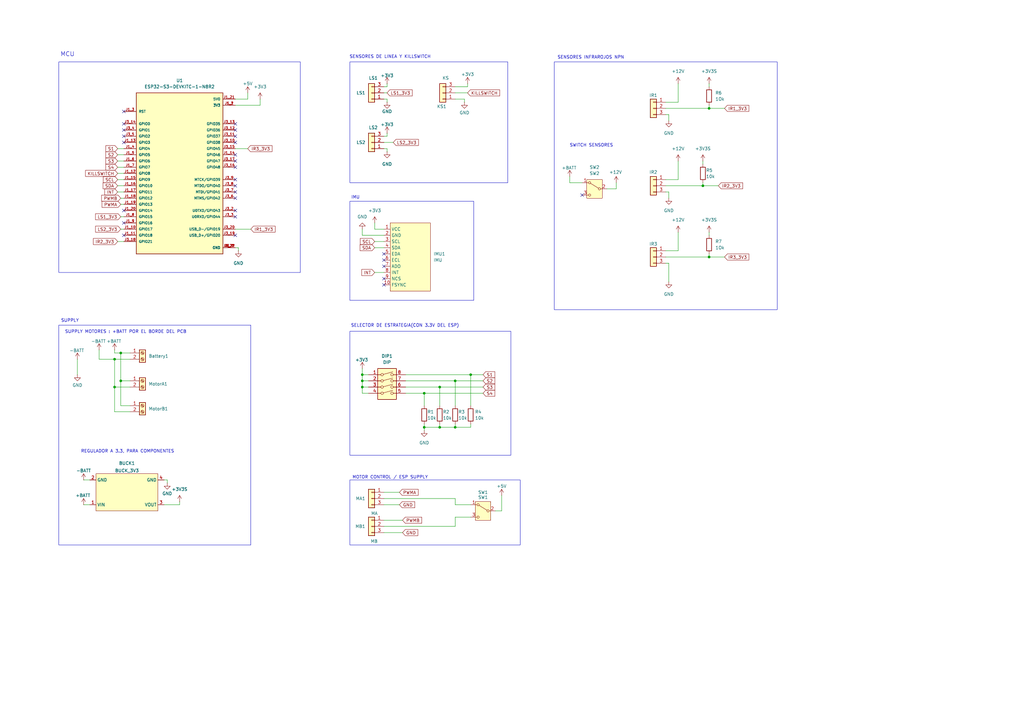
<source format=kicad_sch>
(kicad_sch (version 20231120) (generator "eeschema") (generator_version "8.0")
  (paper "A3")
  (lib_symbols
    (symbol "Connector:Screw_Terminal_01x02" (pin_names (offset 1.016) hide)
      (property "Reference" "J" (at 0 2.54 0))
      (property "Value" "Screw_Terminal_01x02" (at 0 -5.08 0))
      (symbol "Screw_Terminal_01x02_1_1"
        (rectangle (start -1.27 1.27) (end 1.27 -3.81) (stroke (width 0.254)) (fill (type background)))
        (circle (center 0 -2.54) (radius 0.635) (stroke (width 0.1524)))
        (polyline (pts (xy -0.5334 -2.2098) (xy 0.3302 -3.048)) (stroke (width 0.1524)))
        (polyline (pts (xy -0.5334 0.3302) (xy 0.3302 -0.508)) (stroke (width 0.1524)))
        (polyline (pts (xy -0.3556 -2.032) (xy 0.508 -2.8702)) (stroke (width 0.1524)))
        (polyline (pts (xy -0.3556 0.508) (xy 0.508 -0.3302)) (stroke (width 0.1524)))
        (circle (center 0 0) (radius 0.635) (stroke (width 0.1524)))
        (pin passive line (at -5.08 0 0) (length 3.81) (name "Pin_1") (number "1"))
        (pin passive line (at -5.08 -2.54 0) (length 3.81) (name "Pin_2") (number "2"))
      )
    )
    (symbol "Connector_Generic:Conn_01x03" (pin_names (offset 1.016) hide)
      (property "Reference" "J" (at 0 5.08 0))
      (property "Value" "Conn_01x03" (at 0 -5.08 0))
      (symbol "Conn_01x03_1_1"
        (rectangle (start -1.27 -2.413) (end 0 -2.667) (stroke (width 0.1524)))
        (rectangle (start -1.27 0.127) (end 0 -0.127) (stroke (width 0.1524)))
        (rectangle (start -1.27 2.667) (end 0 2.413) (stroke (width 0.1524)))
        (rectangle (start -1.27 3.81) (end 1.27 -3.81) (stroke (width 0.254)) (fill (type background)))
        (pin passive line (at -5.08 2.54 0) (length 3.81) (name "Pin_1") (number "1"))
        (pin passive line (at -5.08 0 0) (length 3.81) (name "Pin_2") (number "2"))
        (pin passive line (at -5.08 -2.54 0) (length 3.81) (name "Pin_3") (number "3"))
      )
    )
    (symbol "Device:R" (pin_numbers hide) (pin_names (offset 0))
      (property "Reference" "R" (at 2.032 0 90))
      (property "Value" "R" (at 0 0 90))
      (symbol "R_0_1"
        (rectangle (start -1.016 -2.54) (end 1.016 2.54) (stroke (width 0.254)))
      )
      (symbol "R_1_1"
        (pin passive line (at 0 3.81 270) (length 1.27) (name "~") (number "1"))
        (pin passive line (at 0 -3.81 90) (length 1.27) (name "~") (number "2"))
      )
    )
    (symbol "ESP32-S3-DEVKITC-1-N8R2:ESP32-S3-DEVKITC-1-N8R2" (pin_names (offset 1.016))
      (property "Reference" "U" (at -17.78 35.56 0))
      (property "Value" "ESP32-S3-DEVKITC-1-N8R2" (at -17.78 -35.56 0))
      (symbol "ESP32-S3-DEVKITC-1-N8R2_0_0"
        (rectangle (start -17.78 -33.02) (end 17.78 33.02) (stroke (width 0.254)) (fill (type background)))
        (pin power_in line (at 22.86 27.94 180) (length 5.08) (name "3V3") (number "J1_1"))
        (pin bidirectional line (at -22.86 -22.86 0) (length 5.08) (name "GPIO17") (number "J1_10"))
        (pin bidirectional line (at -22.86 -25.4 0) (length 5.08) (name "GPIO18") (number "J1_11"))
        (pin bidirectional line (at -22.86 0 0) (length 5.08) (name "GPIO8") (number "J1_12"))
        (pin bidirectional line (at -22.86 12.7 0) (length 5.08) (name "GPIO3") (number "J1_13"))
        (pin bidirectional line (at 22.86 7.62 180) (length 5.08) (name "GPIO46") (number "J1_14"))
        (pin bidirectional line (at -22.86 -2.54 0) (length 5.08) (name "GPIO9") (number "J1_15"))
        (pin bidirectional line (at -22.86 -5.08 0) (length 5.08) (name "GPIO10") (number "J1_16"))
        (pin bidirectional line (at -22.86 -7.62 0) (length 5.08) (name "GPIO11") (number "J1_17"))
        (pin bidirectional line (at -22.86 -10.16 0) (length 5.08) (name "GPIO12") (number "J1_18"))
        (pin bidirectional line (at -22.86 -12.7 0) (length 5.08) (name "GPIO13") (number "J1_19"))
        (pin power_in line (at 22.86 27.94 180) (length 5.08) (name "3V3") (number "J1_2"))
        (pin bidirectional line (at -22.86 -15.24 0) (length 5.08) (name "GPIO14") (number "J1_20"))
        (pin power_in line (at 22.86 30.48 180) (length 5.08) (name "5V0") (number "J1_21"))
        (pin power_in line (at 22.86 -30.48 180) (length 5.08) (name "GND") (number "J1_22"))
        (pin input line (at -22.86 25.4 0) (length 5.08) (name "RST") (number "J1_3"))
        (pin bidirectional line (at -22.86 10.16 0) (length 5.08) (name "GPIO4") (number "J1_4"))
        (pin bidirectional line (at -22.86 7.62 0) (length 5.08) (name "GPIO5") (number "J1_5"))
        (pin bidirectional line (at -22.86 5.08 0) (length 5.08) (name "GPIO6") (number "J1_6"))
        (pin bidirectional line (at -22.86 2.54 0) (length 5.08) (name "GPIO7") (number "J1_7"))
        (pin bidirectional line (at -22.86 -17.78 0) (length 5.08) (name "GPIO15") (number "J1_8"))
        (pin bidirectional line (at -22.86 -20.32 0) (length 5.08) (name "GPIO16") (number "J1_9"))
        (pin power_in line (at 22.86 -30.48 180) (length 5.08) (name "GND") (number "J3_1"))
        (pin bidirectional line (at 22.86 12.7 180) (length 5.08) (name "GPIO38") (number "J3_10"))
        (pin bidirectional line (at 22.86 15.24 180) (length 5.08) (name "GPIO37") (number "J3_11"))
        (pin bidirectional line (at 22.86 17.78 180) (length 5.08) (name "GPIO36") (number "J3_12"))
        (pin bidirectional line (at 22.86 20.32 180) (length 5.08) (name "GPIO35") (number "J3_13"))
        (pin bidirectional line (at -22.86 20.32 0) (length 5.08) (name "GPIO0") (number "J3_14"))
        (pin bidirectional line (at 22.86 10.16 180) (length 5.08) (name "GPIO45") (number "J3_15"))
        (pin bidirectional line (at 22.86 2.54 180) (length 5.08) (name "GPIO48") (number "J3_16"))
        (pin bidirectional line (at 22.86 5.08 180) (length 5.08) (name "GPIO47") (number "J3_17"))
        (pin bidirectional line (at -22.86 -27.94 0) (length 5.08) (name "GPIO21") (number "J3_18"))
        (pin bidirectional line (at 22.86 -25.4 180) (length 5.08) (name "USB_D+/GPIO20") (number "J3_19"))
        (pin bidirectional line (at 22.86 -15.24 180) (length 5.08) (name "U0TXD/GPIO43") (number "J3_2"))
        (pin bidirectional line (at 22.86 -22.86 180) (length 5.08) (name "USB_D-/GPIO19") (number "J3_20"))
        (pin power_in line (at 22.86 -30.48 180) (length 5.08) (name "GND") (number "J3_21"))
        (pin power_in line (at 22.86 -30.48 180) (length 5.08) (name "GND") (number "J3_22"))
        (pin bidirectional line (at 22.86 -17.78 180) (length 5.08) (name "U0RXD/GPIO44") (number "J3_3"))
        (pin bidirectional line (at -22.86 17.78 0) (length 5.08) (name "GPIO1") (number "J3_4"))
        (pin bidirectional line (at -22.86 15.24 0) (length 5.08) (name "GPIO2") (number "J3_5"))
        (pin bidirectional line (at 22.86 -10.16 180) (length 5.08) (name "MTMS/GPIO42") (number "J3_6"))
        (pin bidirectional line (at 22.86 -7.62 180) (length 5.08) (name "MTDI/GPIO41") (number "J3_7"))
        (pin bidirectional line (at 22.86 -5.08 180) (length 5.08) (name "MTDO/GPIO40") (number "J3_8"))
        (pin bidirectional line (at 22.86 -2.54 180) (length 5.08) (name "MTCK/GPIO39") (number "J3_9"))
      )
    )
    (symbol "MPU-9250_breakout:MPU-9250_breakout"
      (property "Reference" "U" (at 0.254 14.478 0))
      (symbol "MPU-9250_breakout_1_1"
        (rectangle (start 0 13.97) (end 16.51 -13.97) (fill (type background)))
        (pin input line (at -2.54 11.43 0) (length 2.54) (name "VCC") (number "1"))
        (pin input line (at -2.54 -11.43 0) (length 2.54) (name "FSYNC") (number "10"))
        (pin input line (at -2.54 8.89 0) (length 2.54) (name "GND") (number "2"))
        (pin input line (at -2.54 6.35 0) (length 2.54) (name "SCL") (number "3"))
        (pin input line (at -2.54 3.81 0) (length 2.54) (name "SDA") (number "4"))
        (pin input line (at -2.54 1.27 0) (length 2.54) (name "EDA") (number "5"))
        (pin input line (at -2.54 -1.27 0) (length 2.54) (name "ECL") (number "6"))
        (pin input line (at -2.54 -3.81 0) (length 2.54) (name "ADO") (number "7"))
        (pin input line (at -2.54 -6.35 0) (length 2.54) (name "INT") (number "8"))
        (pin input line (at -2.54 -8.89 0) (length 2.54) (name "NCS") (number "9"))
      )
    )
    (symbol "Switch:SW_DIP_x04" (pin_names (offset 0) hide)
      (property "Reference" "SW" (at 0 8.89 0))
      (property "Value" "SW_DIP_x04" (at 0 -6.35 0))
      (symbol "SW_DIP_x04_0_0"
        (circle (center -2.032 -2.54) (radius 0.508))
        (circle (center -2.032 0) (radius 0.508))
        (circle (center -2.032 2.54) (radius 0.508))
        (circle (center -2.032 5.08) (radius 0.508))
        (polyline (pts (xy -1.524 -2.3876) (xy 2.3622 -1.3462)))
        (polyline (pts (xy -1.524 0.127) (xy 2.3622 1.1684)))
        (polyline (pts (xy -1.524 2.667) (xy 2.3622 3.7084)))
        (polyline (pts (xy -1.524 5.207) (xy 2.3622 6.2484)))
        (circle (center 2.032 -2.54) (radius 0.508))
        (circle (center 2.032 0) (radius 0.508))
        (circle (center 2.032 2.54) (radius 0.508))
        (circle (center 2.032 5.08) (radius 0.508))
      )
      (symbol "SW_DIP_x04_0_1"
        (rectangle (start -3.81 7.62) (end 3.81 -5.08) (stroke (width 0.254)) (fill (type background)))
      )
      (symbol "SW_DIP_x04_1_1"
        (pin passive line (at -7.62 5.08 0) (length 5.08) (name "~") (number "1"))
        (pin passive line (at -7.62 2.54 0) (length 5.08) (name "~") (number "2"))
        (pin passive line (at -7.62 0 0) (length 5.08) (name "~") (number "3"))
        (pin passive line (at -7.62 -2.54 0) (length 5.08) (name "~") (number "4"))
        (pin passive line (at 7.62 -2.54 180) (length 5.08) (name "~") (number "5"))
        (pin passive line (at 7.62 0 180) (length 5.08) (name "~") (number "6"))
        (pin passive line (at 7.62 2.54 180) (length 5.08) (name "~") (number "7"))
        (pin passive line (at 7.62 5.08 180) (length 5.08) (name "~") (number "8"))
      )
    )
    (symbol "Switch:SW_SPDT" (pin_names (offset 0) hide)
      (property "Reference" "SW" (at 0 5.08 0))
      (property "Value" "SW_SPDT" (at 0 -5.08 0))
      (symbol "SW_SPDT_0_1"
        (circle (center -2.032 0) (radius 0.4572))
        (polyline (pts (xy -1.651 0.254) (xy 1.651 2.286)))
        (circle (center 2.032 -2.54) (radius 0.4572))
        (circle (center 2.032 2.54) (radius 0.4572))
      )
      (symbol "SW_SPDT_1_1"
        (rectangle (start -3.175 3.81) (end 3.175 -3.81) (fill (type background)))
        (pin passive line (at 5.08 2.54 180) (length 2.54) (name "A") (number "1"))
        (pin passive line (at -5.08 0 0) (length 2.54) (name "B") (number "2"))
        (pin passive line (at 5.08 -2.54 180) (length 2.54) (name "C") (number "3"))
      )
    )
    (symbol "TP54560.module:Modulo_TS54560"
      (property "Reference" "BUCK1" (at 0 11.938 0))
      (property "Value" "BUCK_3V3" (at 0 8.89 0))
      (symbol "Modulo_TS54560_1_1"
        (rectangle (start -12.7 7.62) (end 12.7 -7.62) (fill (type background)))
        (pin input line (at -15.24 -5.08 0) (length 2.54) (name "VIN") (number "1"))
        (pin input line (at -15.24 5.08 0) (length 2.54) (name "GND") (number "2"))
        (pin output line (at 15.24 -5.08 180) (length 2.54) (name "VOUT") (number "3"))
        (pin output line (at 15.24 5.08 180) (length 2.54) (name "GND") (number "4"))
      )
    )
    (symbol "power:+24V" (power) (pin_numbers hide) (pin_names (offset 0) hide)
      (property "Value" "+24V" (at 0 3.556 0))
      (symbol "+24V_0_1"
        (polyline (pts (xy -0.762 1.27) (xy 0 2.54)))
        (polyline (pts (xy 0 0) (xy 0 2.54)))
        (polyline (pts (xy 0 2.54) (xy 0.762 1.27)))
      )
      (symbol "+24V_1_1"
        (pin power_in line (at 0 0 90) (length 0) (name "~") (number "1"))
      )
    )
    (symbol "power:+3V3" (power) (pin_numbers hide) (pin_names (offset 0) hide)
      (property "Value" "+3V3" (at 0 3.556 0))
      (symbol "+3V3_0_1"
        (polyline (pts (xy -0.762 1.27) (xy 0 2.54)))
        (polyline (pts (xy 0 0) (xy 0 2.54)))
        (polyline (pts (xy 0 2.54) (xy 0.762 1.27)))
      )
      (symbol "+3V3_1_1"
        (pin power_in line (at 0 0 90) (length 0) (name "~") (number "1"))
      )
    )
    (symbol "power:+BATT" (power) (pin_numbers hide) (pin_names (offset 0) hide)
      (property "Value" "+BATT" (at 0 3.556 0))
      (symbol "+BATT_0_1"
        (polyline (pts (xy -0.762 1.27) (xy 0 2.54)))
        (polyline (pts (xy 0 0) (xy 0 2.54)))
        (polyline (pts (xy 0 2.54) (xy 0.762 1.27)))
      )
      (symbol "+BATT_1_1"
        (pin power_in line (at 0 0 90) (length 0) (name "~") (number "1"))
      )
    )
    (symbol "power:GND" (power) (pin_numbers hide) (pin_names (offset 0) hide)
      (property "Value" "GND" (at 0 -3.81 0))
      (symbol "GND_0_1"
        (polyline (pts (xy 0 0) (xy 0 -1.27) (xy 1.27 -1.27) (xy 0 -2.54) (xy -1.27 -1.27) (xy 0 -1.27)))
      )
      (symbol "GND_1_1"
        (pin power_in line (at 0 0 270) (length 0) (name "~") (number "1"))
      )
    )
  )
  (junction (at 46.99 158.75))
  (junction (at 173.99 161.29))
  (junction (at 148.59 158.75))
  (junction (at 148.59 156.21))
  (junction (at 193.04 153.67))
  (junction (at 173.99 175.26))
  (junction (at 290.83 105.41))
  (junction (at 288.29 76.2))
  (junction (at 180.34 175.26))
  (junction (at 186.69 175.26))
  (junction (at 290.83 44.45))
  (junction (at 148.59 153.67))
  (junction (at 180.34 158.75))
  (junction (at 46.99 147.32))
  (junction (at 186.69 156.21))
  (junction (at 49.53 156.21))
  (junction (at 49.53 144.78))
  (no_connect (at 96.52 66.04))
  (no_connect (at 50.8 45.72))
  (no_connect (at 96.52 88.9))
  (no_connect (at 96.52 78.74))
  (no_connect (at 96.52 50.8))
  (no_connect (at 50.8 58.42))
  (no_connect (at 157.48 114.3))
  (no_connect (at 50.8 91.44))
  (no_connect (at 50.8 50.8))
  (no_connect (at 157.48 106.68))
  (no_connect (at 96.52 53.34))
  (no_connect (at 96.52 58.42))
  (no_connect (at 96.52 68.58))
  (no_connect (at 50.8 53.34))
  (no_connect (at 96.52 63.5))
  (no_connect (at 157.48 104.14))
  (no_connect (at 96.52 86.36))
  (no_connect (at 96.52 81.28))
  (no_connect (at 238.76 80.01))
  (no_connect (at 96.52 76.2))
  (no_connect (at 50.8 55.88))
  (no_connect (at 157.48 116.84))
  (no_connect (at 96.52 73.66))
  (no_connect (at 96.52 96.52))
  (no_connect (at 50.8 86.36))
  (no_connect (at 96.52 55.88))
  (no_connect (at 157.48 109.22))
  (no_connect (at 50.8 96.52))
  (wire (pts (xy 73.66 205.74) (xy 73.66 207.01)))
  (wire (pts (xy 290.83 105.41) (xy 297.18 105.41)))
  (wire (pts (xy 166.37 156.21) (xy 186.69 156.21)))
  (wire (pts (xy 158.75 41.91) (xy 158.75 40.64)))
  (wire (pts (xy 53.34 168.91) (xy 46.99 168.91)))
  (wire (pts (xy 290.83 95.25) (xy 290.83 96.52)))
  (wire (pts (xy 288.29 74.93) (xy 288.29 76.2)))
  (wire (pts (xy 46.99 147.32) (xy 53.34 147.32)))
  (wire (pts (xy 157.48 218.44) (xy 165.1 218.44)))
  (wire (pts (xy 46.99 144.78) (xy 49.53 144.78)))
  (wire (pts (xy 148.59 158.75) (xy 148.59 156.21)))
  (wire (pts (xy 48.26 66.04) (xy 50.8 66.04)))
  (wire (pts (xy 180.34 175.26) (xy 186.69 175.26)))
  (wire (pts (xy 186.69 215.9) (xy 186.69 212.09)))
  (wire (pts (xy 273.05 44.45) (xy 290.83 44.45)))
  (wire (pts (xy 191.77 34.29) (xy 191.77 35.56)))
  (wire (pts (xy 158.75 34.29) (xy 158.75 35.56)))
  (wire (pts (xy 48.26 68.58) (xy 50.8 68.58)))
  (wire (pts (xy 158.75 55.88) (xy 157.48 55.88)))
  (wire (pts (xy 153.67 91.44) (xy 153.67 93.98)))
  (wire (pts (xy 273.05 105.41) (xy 290.83 105.41)))
  (wire (pts (xy 148.59 93.98) (xy 148.59 96.52)))
  (wire (pts (xy 34.29 196.85) (xy 36.83 196.85)))
  (wire (pts (xy 157.48 215.9) (xy 186.69 215.9)))
  (wire (pts (xy 193.04 173.99) (xy 193.04 175.26)))
  (wire (pts (xy 49.53 166.37) (xy 49.53 156.21)))
  (wire (pts (xy 101.6 38.1) (xy 101.6 40.64)))
  (wire (pts (xy 274.32 78.74) (xy 273.05 78.74)))
  (wire (pts (xy 166.37 161.29) (xy 173.99 161.29)))
  (wire (pts (xy 186.69 212.09) (xy 193.04 212.09)))
  (wire (pts (xy 158.75 54.61) (xy 158.75 55.88)))
  (wire (pts (xy 233.68 74.93) (xy 238.76 74.93)))
  (wire (pts (xy 49.53 156.21) (xy 49.53 144.78)))
  (wire (pts (xy 274.32 107.95) (xy 273.05 107.95)))
  (wire (pts (xy 290.83 43.18) (xy 290.83 44.45)))
  (wire (pts (xy 68.58 198.12) (xy 68.58 196.85)))
  (wire (pts (xy 158.75 60.96) (xy 157.48 60.96)))
  (wire (pts (xy 157.48 207.01) (xy 163.83 207.01)))
  (wire (pts (xy 273.05 76.2) (xy 288.29 76.2)))
  (wire (pts (xy 288.29 66.04) (xy 288.29 67.31)))
  (wire (pts (xy 186.69 166.37) (xy 186.69 156.21)))
  (wire (pts (xy 193.04 166.37) (xy 193.04 153.67)))
  (wire (pts (xy 49.53 144.78) (xy 53.34 144.78)))
  (wire (pts (xy 233.68 72.39) (xy 233.68 74.93)))
  (wire (pts (xy 49.53 93.98) (xy 50.8 93.98)))
  (wire (pts (xy 186.69 175.26) (xy 193.04 175.26)))
  (wire (pts (xy 173.99 175.26) (xy 173.99 176.53)))
  (wire (pts (xy 48.26 63.5) (xy 50.8 63.5)))
  (wire (pts (xy 148.59 158.75) (xy 151.13 158.75)))
  (wire (pts (xy 273.05 41.91) (xy 278.13 41.91)))
  (wire (pts (xy 157.48 213.36) (xy 165.1 213.36)))
  (wire (pts (xy 31.75 147.32) (xy 31.75 153.67)))
  (wire (pts (xy 153.67 93.98) (xy 157.48 93.98)))
  (wire (pts (xy 151.13 153.67) (xy 148.59 153.67)))
  (wire (pts (xy 290.83 104.14) (xy 290.83 105.41)))
  (wire (pts (xy 274.32 107.95) (xy 274.32 115.57)))
  (wire (pts (xy 148.59 161.29) (xy 148.59 158.75)))
  (wire (pts (xy 73.66 207.01) (xy 67.31 207.01)))
  (wire (pts (xy 274.32 78.74) (xy 274.32 81.28)))
  (wire (pts (xy 166.37 158.75) (xy 180.34 158.75)))
  (wire (pts (xy 161.29 58.42) (xy 157.48 58.42)))
  (wire (pts (xy 48.26 60.96) (xy 50.8 60.96)))
  (wire (pts (xy 68.58 196.85) (xy 67.31 196.85)))
  (wire (pts (xy 186.69 38.1) (xy 191.77 38.1)))
  (wire (pts (xy 205.74 203.2) (xy 205.74 209.55)))
  (wire (pts (xy 40.64 147.32) (xy 46.99 147.32)))
  (wire (pts (xy 48.26 73.66) (xy 50.8 73.66)))
  (wire (pts (xy 158.75 35.56) (xy 157.48 35.56)))
  (wire (pts (xy 252.73 74.93) (xy 252.73 77.47)))
  (wire (pts (xy 273.05 73.66) (xy 278.13 73.66)))
  (wire (pts (xy 49.53 81.28) (xy 50.8 81.28)))
  (wire (pts (xy 34.29 207.01) (xy 36.83 207.01)))
  (wire (pts (xy 148.59 156.21) (xy 151.13 156.21)))
  (wire (pts (xy 106.68 43.18) (xy 96.52 43.18)))
  (wire (pts (xy 248.92 77.47) (xy 252.73 77.47)))
  (wire (pts (xy 173.99 173.99) (xy 173.99 175.26)))
  (wire (pts (xy 180.34 173.99) (xy 180.34 175.26)))
  (wire (pts (xy 158.75 38.1) (xy 157.48 38.1)))
  (wire (pts (xy 278.13 95.25) (xy 278.13 102.87)))
  (wire (pts (xy 157.48 201.93) (xy 163.83 201.93)))
  (wire (pts (xy 153.67 99.06) (xy 157.48 99.06)))
  (wire (pts (xy 49.53 88.9) (xy 50.8 88.9)))
  (wire (pts (xy 46.99 168.91) (xy 46.99 158.75)))
  (wire (pts (xy 48.26 99.06) (xy 50.8 99.06)))
  (wire (pts (xy 180.34 158.75) (xy 198.12 158.75)))
  (wire (pts (xy 278.13 66.04) (xy 278.13 73.66)))
  (wire (pts (xy 96.52 93.98) (xy 102.87 93.98)))
  (wire (pts (xy 53.34 166.37) (xy 49.53 166.37)))
  (wire (pts (xy 153.67 101.6) (xy 157.48 101.6)))
  (wire (pts (xy 190.5 40.64) (xy 186.69 40.64)))
  (wire (pts (xy 148.59 156.21) (xy 148.59 153.67)))
  (wire (pts (xy 153.67 111.76) (xy 157.48 111.76)))
  (wire (pts (xy 46.99 143.51) (xy 46.99 144.78)))
  (wire (pts (xy 48.26 78.74) (xy 50.8 78.74)))
  (wire (pts (xy 173.99 166.37) (xy 173.99 161.29)))
  (wire (pts (xy 186.69 173.99) (xy 186.69 175.26)))
  (wire (pts (xy 274.32 46.99) (xy 273.05 46.99)))
  (wire (pts (xy 53.34 156.21) (xy 49.53 156.21)))
  (wire (pts (xy 46.99 158.75) (xy 46.99 147.32)))
  (wire (pts (xy 97.79 102.87) (xy 97.79 101.6)))
  (wire (pts (xy 97.79 101.6) (xy 96.52 101.6)))
  (wire (pts (xy 148.59 161.29) (xy 151.13 161.29)))
  (wire (pts (xy 157.48 204.47) (xy 186.69 204.47)))
  (wire (pts (xy 186.69 156.21) (xy 198.12 156.21)))
  (wire (pts (xy 173.99 175.26) (xy 180.34 175.26)))
  (wire (pts (xy 158.75 62.23) (xy 158.75 60.96)))
  (wire (pts (xy 53.34 158.75) (xy 46.99 158.75)))
  (wire (pts (xy 186.69 204.47) (xy 186.69 207.01)))
  (wire (pts (xy 288.29 76.2) (xy 294.64 76.2)))
  (wire (pts (xy 186.69 207.01) (xy 193.04 207.01)))
  (wire (pts (xy 180.34 166.37) (xy 180.34 158.75)))
  (wire (pts (xy 191.77 35.56) (xy 186.69 35.56)))
  (wire (pts (xy 278.13 34.29) (xy 278.13 41.91)))
  (wire (pts (xy 148.59 96.52) (xy 157.48 96.52)))
  (wire (pts (xy 101.6 40.64) (xy 96.52 40.64)))
  (wire (pts (xy 49.53 83.82) (xy 50.8 83.82)))
  (wire (pts (xy 158.75 40.64) (xy 157.48 40.64)))
  (wire (pts (xy 274.32 46.99) (xy 274.32 49.53)))
  (wire (pts (xy 190.5 41.91) (xy 190.5 40.64)))
  (wire (pts (xy 205.74 209.55) (xy 203.2 209.55)))
  (wire (pts (xy 106.68 40.64) (xy 106.68 43.18)))
  (wire (pts (xy 48.26 76.2) (xy 50.8 76.2)))
  (wire (pts (xy 148.59 151.13) (xy 148.59 153.67)))
  (wire (pts (xy 173.99 161.29) (xy 198.12 161.29)))
  (wire (pts (xy 193.04 153.67) (xy 198.12 153.67)))
  (wire (pts (xy 290.83 44.45) (xy 297.18 44.45)))
  (wire (pts (xy 40.64 143.51) (xy 40.64 147.32)))
  (wire (pts (xy 273.05 102.87) (xy 278.13 102.87)))
  (wire (pts (xy 48.26 71.12) (xy 50.8 71.12)))
  (wire (pts (xy 96.52 60.96) (xy 101.6 60.96)))
  (wire (pts (xy 290.83 34.29) (xy 290.83 35.56)))
  (wire (pts (xy 166.37 153.67) (xy 193.04 153.67)))
  (rectangle (start 24.13 25.4) (end 123.19 111.76))
  (rectangle (start 143.51 82.55) (end 194.31 123.19))
  (rectangle (start 24.13 133.35) (end 102.87 223.52))
  (rectangle (start 143.51 135.89) (end 209.55 186.69))
  (rectangle (start 143.51 25.4) (end 208.28 74.93))
  (rectangle (start 227.33 25.4) (end 318.77 127))
  (rectangle (start 143.51 196.85) (end 213.36 223.52))
  (text "SENSORES DE LINEA Y KILLSWITCH" (at 160.02 23.368 0) (effects (font (size 1.27 1.27))))
  (text "SELECTOR DE ESTRATEGIA(CON 3.3V DEL ESP)" (at 166.116 133.604 0) (effects (font (size 1.27 1.27))))
  (text "SUPPLY" (at 28.702 131.572 0) (effects (font (size 1.27 1.27))))
  (text "SENSORES INFRAROJOS NPN\n" (at 242.316 23.622 0) (effects (font (size 1.27 1.27))))
  (text "SUPPLY MOTORES : +BATT POR EL BORDE DEL PCB\n" (at 51.562 136.144 0) (effects (font (size 1.27 1.27))))
  (text "IMU\n" (at 145.796 81.026 0) (effects (font (size 1.27 1.27))))
  (text "SWITCH SENSORES" (at 242.57 59.69 0) (effects (font (size 1.27 1.27))))
  (text "REGULADOR A 3.3, PARA COMPONENTES" (at 52.324 185.166 0) (effects (font (size 1.27 1.27))))
  (text "MCU\n" (at 27.686 22.352 0) (effects (font (size 1.778 1.778))))
  (text "MOTOR CONTROL / ESP SUPPLY\n" (at 160.02 195.834 0) (effects (font (size 1.27 1.27))))
  (global_label "KILLSWITCH" (shape input) (at 191.77 38.1 0) (property "Intersheetrefs" "${INTERSHEET_REFS}" (effects (hide yes))))
  (global_label "S4" (shape input) (at 198.12 161.29 0) (property "Intersheetrefs" "${INTERSHEET_REFS}" (effects (hide yes))))
  (global_label "LS1_3V3" (shape input) (at 158.75 38.1 0) (property "Intersheetrefs" "${INTERSHEET_REFS}" (effects (hide yes))))
  (global_label "IR1_3V3" (shape input) (at 102.87 93.98 0) (property "Intersheetrefs" "${INTERSHEET_REFS}" (effects (hide yes))))
  (global_label "S3" (shape input) (at 198.12 158.75 0) (property "Intersheetrefs" "${INTERSHEET_REFS}" (effects (hide yes))))
  (global_label "SCL" (shape input) (at 48.26 73.66 180) (property "Intersheetrefs" "${INTERSHEET_REFS}" (effects (hide yes))))
  (global_label "LS1_3V3" (shape input) (at 49.53 88.9 180) (property "Intersheetrefs" "${INTERSHEET_REFS}" (effects (hide yes))))
  (global_label "PWMB" (shape input) (at 165.1 213.36 0) (property "Intersheetrefs" "${INTERSHEET_REFS}" (effects (hide yes))))
  (global_label "INT" (shape input) (at 48.26 78.74 180) (property "Intersheetrefs" "${INTERSHEET_REFS}" (effects (hide yes))))
  (global_label "IR2_3V3" (shape input) (at 294.64 76.2 0) (property "Intersheetrefs" "${INTERSHEET_REFS}" (effects (hide yes))))
  (global_label "S1" (shape input) (at 48.26 60.96 180) (property "Intersheetrefs" "${INTERSHEET_REFS}" (effects (hide yes))))
  (global_label "S2" (shape input) (at 48.26 63.5 180) (property "Intersheetrefs" "${INTERSHEET_REFS}" (effects (hide yes))))
  (global_label "S3" (shape input) (at 48.26 66.04 180) (property "Intersheetrefs" "${INTERSHEET_REFS}" (effects (hide yes))))
  (global_label "KILLSWITCH" (shape input) (at 48.26 71.12 180) (property "Intersheetrefs" "${INTERSHEET_REFS}" (effects (hide yes))))
  (global_label "SCL" (shape input) (at 153.67 99.06 180) (property "Intersheetrefs" "${INTERSHEET_REFS}" (effects (hide yes))))
  (global_label "PWMA" (shape input) (at 163.83 201.93 0) (property "Intersheetrefs" "${INTERSHEET_REFS}" (effects (hide yes))))
  (global_label "IR2_3V3" (shape input) (at 48.26 99.06 180) (property "Intersheetrefs" "${INTERSHEET_REFS}" (effects (hide yes))))
  (global_label "PWMB" (shape input) (at 49.53 81.28 180) (property "Intersheetrefs" "${INTERSHEET_REFS}" (effects (hide yes))))
  (global_label "SDA" (shape input) (at 48.26 76.2 180) (property "Intersheetrefs" "${INTERSHEET_REFS}" (effects (hide yes))))
  (global_label "LS2_3V3" (shape input) (at 49.53 93.98 180) (property "Intersheetrefs" "${INTERSHEET_REFS}" (effects (hide yes))))
  (global_label "IR1_3V3" (shape input) (at 297.18 44.45 0) (property "Intersheetrefs" "${INTERSHEET_REFS}" (effects (hide yes))))
  (global_label "S4" (shape input) (at 48.26 68.58 180) (property "Intersheetrefs" "${INTERSHEET_REFS}" (effects (hide yes))))
  (global_label "PWMA" (shape input) (at 49.53 83.82 180) (property "Intersheetrefs" "${INTERSHEET_REFS}" (effects (hide yes))))
  (global_label "INT" (shape input) (at 153.67 111.76 180) (property "Intersheetrefs" "${INTERSHEET_REFS}" (effects (hide yes))))
  (global_label "SDA" (shape input) (at 153.67 101.6 180) (property "Intersheetrefs" "${INTERSHEET_REFS}" (effects (hide yes))))
  (global_label "IR3_3V3" (shape input) (at 297.18 105.41 0) (property "Intersheetrefs" "${INTERSHEET_REFS}" (effects (hide yes))))
  (global_label "IR3_3V3" (shape input) (at 101.6 60.96 0) (property "Intersheetrefs" "${INTERSHEET_REFS}" (effects (hide yes))))
  (global_label "GND" (shape input) (at 165.1 218.44 0) (property "Intersheetrefs" "${INTERSHEET_REFS}" (effects (hide yes))))
  (global_label "GND" (shape input) (at 163.83 207.01 0) (property "Intersheetrefs" "${INTERSHEET_REFS}" (effects (hide yes))))
  (global_label "S1" (shape input) (at 198.12 153.67 0) (property "Intersheetrefs" "${INTERSHEET_REFS}" (effects (hide yes))))
  (global_label "LS2_3V3" (shape input) (at 161.29 58.42 0) (property "Intersheetrefs" "${INTERSHEET_REFS}" (effects (hide yes))))
  (global_label "S2" (shape input) (at 198.12 156.21 0) (property "Intersheetrefs" "${INTERSHEET_REFS}" (effects (hide yes))))
  (symbol (lib_id "Device:R") (at 193.04 170.18 0) (unit 1)
    (property "Reference" "R4" (at 194.818 168.91 0) (effects (justify left)))
    (property "Value" "10k" (at 194.818 171.45 0) (effects (justify left)))
    (property "Footprint" "Resistor_SMD:R_0603_1608Metric_Pad0.98x0.95mm_HandSolder" (effects (hide yes)))
    (property "Description" "Resistor" (effects (hide yes)))
  )
  (symbol (lib_id "Device:R") (at 173.99 170.18 0) (unit 1)
    (property "Reference" "R1" (at 175.26 168.91 0) (effects (justify left)))
    (property "Value" "10k" (at 175.26 171.45 0) (effects (justify left)))
    (property "Footprint" "Resistor_SMD:R_0603_1608Metric_Pad0.98x0.95mm_HandSolder" (effects (hide yes)))
    (property "Description" "Resistor" (effects (hide yes)))
  )
  (symbol (lib_id "Switch:SW_SPDT") (at 243.84 77.47 0) (mirror y) (unit 1)
    (property "Reference" "SW2" (at 243.84 68.58 0))
    (property "Value" "SW2" (at 243.84 71.12 0))
    (property "Footprint" "SPDT_SlideSwitch:tht" (effects (hide yes)))
    (property "Description" "Switch, single pole double throw" (effects (hide yes)))
  )
  (symbol (lib_id "power:+3V3") (at 73.66 205.74 0) (unit 1)
    (property "Reference" "#PWR036" (effects (hide yes)))
    (property "Value" "+3V3S" (at 73.66 200.66 0))
    (property "Description" "Power symbol creates a global label with name \"+3V3\"" (effects (hide yes)))
  )
  (symbol (lib_id "power:+BATT") (at 31.75 147.32 0) (unit 1)
    (property "Reference" "#PWR01" (effects (hide yes)))
    (property "Value" "-BATT" (at 31.496 143.764 0))
    (property "Description" "Power symbol creates a global label with name \"+BATT\"" (effects (hide yes)))
  )
  (symbol (lib_id "power:+3V3") (at 252.73 74.93 0) (unit 1)
    (property "Reference" "#PWR024" (effects (hide yes)))
    (property "Value" "+12V" (at 252.476 70.612 0))
    (property "Description" "Power symbol creates a global label with name \"+3V3\"" (effects (hide yes)))
  )
  (symbol (lib_id "Connector_Generic:Conn_01x03") (at 152.4 38.1 180) (unit 1)
    (property "Reference" "LS1" (at 149.86 38.1 0) (effects (justify left)))
    (property "Value" "LS1" (at 154.94 32.004 0) (effects (justify left)))
    (property "Footprint" "Connector_JST:JST_XH_B3B-XH-A_1x03_P2.50mm_Vertical" (effects (hide yes)))
    (property "Description" "Generic connector, single row, 01x03, script generated (kicad-library-utils/schlib/autogen/connector/)" (effects (hide yes)))
  )
  (symbol (lib_id "power:+BATT") (at 40.64 143.51 0) (unit 1)
    (property "Reference" "#PWR05" (effects (hide yes)))
    (property "Value" "-BATT" (at 40.386 139.954 0))
    (property "Description" "Power symbol creates a global label with name \"+BATT\"" (effects (hide yes)))
  )
  (symbol (lib_id "power:GND") (at 274.32 49.53 0) (mirror y) (unit 1)
    (property "Reference" "#PWR025" (effects (hide yes)))
    (property "Value" "GND" (at 274.32 54.61 0))
    (property "Description" "Power symbol creates a global label with name \"GND\" , ground" (effects (hide yes)))
  )
  (symbol (lib_id "Connector_Generic:Conn_01x03") (at 267.97 76.2 0) (mirror y) (unit 1)
    (property "Reference" "IR2" (effects (hide yes)))
    (property "Value" "IR2" (at 267.97 70.612 0))
    (property "Footprint" "Connector_JST:JST_XH_B3B-XH-A_1x03_P2.50mm_Vertical" (effects (hide yes)))
    (property "Description" "Generic connector, single row, 01x03, script generated (kicad-library-utils/schlib/autogen/connector/)" (effects (hide yes)))
  )
  (symbol (lib_id "power:GND") (at 68.58 198.12 0) (unit 1)
    (property "Reference" "#PWR08" (effects (hide yes)))
    (property "Value" "GND" (at 68.58 202.438 0))
    (property "Description" "Power symbol creates a global label with name \"GND\" , ground" (effects (hide yes)))
  )
  (symbol (lib_id "Switch:SW_DIP_x04") (at 158.75 158.75 0) (unit 1)
    (property "Reference" "DIP1" (at 158.75 146.05 0))
    (property "Value" "DIP" (at 158.75 148.59 0))
    (property "Footprint" "Button_Switch_THT:SW_DIP_SPSTx04_Slide_9.78x12.34mm_W7.62mm_P2.54mm" (effects (hide yes)))
    (property "Description" "4x DIP Switch, Single Pole Single Throw (SPST) switch, small symbol" (effects (hide yes)))
  )
  (symbol (lib_id "Switch:SW_SPDT") (at 198.12 209.55 0) (mirror y) (unit 1)
    (property "Reference" "SW1" (at 198.12 201.93 0))
    (property "Value" "SW1" (at 198.12 203.962 0))
    (property "Footprint" "SPDT_SlideSwitch:tht" (effects (hide yes)))
    (property "Description" "Switch, single pole double throw" (effects (hide yes)))
  )
  (symbol (lib_id "power:+24V") (at 278.13 95.25 0) (unit 1)
    (property "Reference" "#PWR030" (effects (hide yes)))
    (property "Value" "+12V" (at 278.13 90.17 0))
    (property "Description" "Power symbol creates a global label with name \"+24V\"" (effects (hide yes)))
  )
  (symbol (lib_id "power:+BATT") (at 233.68 72.39 0) (unit 1)
    (property "Reference" "#PWR023" (effects (hide yes)))
    (property "Value" "+BATT" (at 233.426 68.834 0))
    (property "Description" "Power symbol creates a global label with name \"+BATT\"" (effects (hide yes)))
  )
  (symbol (lib_id "power:GND") (at 274.32 115.57 0) (mirror y) (unit 1)
    (property "Reference" "#PWR027" (effects (hide yes)))
    (property "Value" "GND" (at 274.32 120.65 0))
    (property "Description" "Power symbol creates a global label with name \"GND\" , ground" (effects (hide yes)))
  )
  (symbol (lib_id "power:+3V3") (at 158.75 54.61 0) (unit 1)
    (property "Reference" "#PWR031" (effects (hide yes)))
    (property "Value" "+3V3" (at 158.75 51.054 0))
    (property "Description" "Power symbol creates a global label with name \"+3V3\"" (effects (hide yes)))
  )
  (symbol (lib_id "power:+3V3") (at 290.83 95.25 0) (unit 1)
    (property "Reference" "#PWR035" (effects (hide yes)))
    (property "Value" "+3V3S" (at 290.83 90.17 0))
    (property "Description" "Power symbol creates a global label with name \"+3V3\"" (effects (hide yes)))
  )
  (symbol (lib_id "power:GND") (at 97.79 102.87 0) (mirror y) (unit 1)
    (property "Reference" "#PWR09" (effects (hide yes)))
    (property "Value" "GND" (at 97.79 107.95 0))
    (property "Description" "Power symbol creates a global label with name \"GND\" , ground" (effects (hide yes)))
  )
  (symbol (lib_id "power:+3V3") (at 148.59 151.13 0) (mirror y) (unit 1)
    (property "Reference" "#PWR07" (effects (hide yes)))
    (property "Value" "+3V3" (at 148.336 147.574 0))
    (property "Description" "Power symbol creates a global label with name \"+3V3\"" (effects (hide yes)))
  )
  (symbol (lib_id "power:GND") (at 158.75 62.23 0) (mirror y) (unit 1)
    (property "Reference" "#PWR018" (effects (hide yes)))
    (property "Value" "GND" (at 158.75 67.31 0))
    (property "Description" "Power symbol creates a global label with name \"GND\" , ground" (effects (hide yes)))
  )
  (symbol (lib_id "TP54560.module:Modulo_TS54560") (at 52.07 201.93 0) (unit 1)
    (property "Reference" "BUCK1" (at 52.07 189.992 0))
    (property "Value" "BUCK_3V3" (at 52.07 193.04 0))
    (property "Footprint" "Mbaretech_buckConverter:Buck-Converter" (effects (hide yes)))
  )
  (symbol (lib_id "Device:R") (at 290.83 100.33 0) (unit 1)
    (property "Reference" "R7" (at 293.37 99.0599 0) (effects (justify left)))
    (property "Value" "1Ok" (at 293.37 101.5999 0) (effects (justify left)))
    (property "Footprint" "Resistor_SMD:R_0603_1608Metric_Pad0.98x0.95mm_HandSolder" (effects (hide yes)))
    (property "Description" "Resistor" (effects (hide yes)))
  )
  (symbol (lib_id "power:+BATT") (at 34.29 196.85 0) (unit 1)
    (property "Reference" "#PWR03" (effects (hide yes)))
    (property "Value" "-BATT" (at 34.29 193.04 0))
    (property "Description" "Power symbol creates a global label with name \"+BATT\"" (effects (hide yes)))
  )
  (symbol (lib_id "Connector:Screw_Terminal_01x02") (at 58.42 166.37 0) (unit 1)
    (property "Reference" "MotorB1" (at 60.96 167.6399 0) (effects (justify left)))
    (property "Value" "Screw_Terminal_01x02" (effects (hide yes)))
    (property "Footprint" "Connector_JST:JST_XH_B2B-XH-A_1x02_P2.50mm_Vertical" (effects (hide yes)))
    (property "Description" "Generic screw terminal, single row, 01x02, script generated (kicad-library-utils/schlib/autogen/connector/)" (effects (hide yes)))
  )
  (symbol (lib_id "Connector_Generic:Conn_01x03") (at 152.4 58.42 180) (unit 1)
    (property "Reference" "LS2" (at 149.86 58.42 0) (effects (justify left)))
    (property "Value" "LS2" (at 154.94 52.324 0) (effects (justify left)))
    (property "Footprint" "Connector_JST:JST_XH_B3B-XH-A_1x03_P2.50mm_Vertical" (effects (hide yes)))
    (property "Description" "Generic connector, single row, 01x03, script generated (kicad-library-utils/schlib/autogen/connector/)" (effects (hide yes)))
  )
  (symbol (lib_id "power:+3V3") (at 106.68 40.64 0) (unit 1)
    (property "Reference" "#PWR013" (effects (hide yes)))
    (property "Value" "+3V3" (at 106.68 35.56 0))
    (property "Description" "Power symbol creates a global label with name \"+3V3\"" (effects (hide yes)))
  )
  (symbol (lib_id "power:+BATT") (at 101.6 38.1 0) (unit 1)
    (property "Reference" "#PWR010" (effects (hide yes)))
    (property "Value" "+5V" (at 101.6 34.29 0))
    (property "Description" "Power symbol creates a global label with name \"+BATT\"" (effects (hide yes)))
  )
  (symbol (lib_id "power:+3V3") (at 288.29 66.04 0) (unit 1)
    (property "Reference" "#PWR011" (effects (hide yes)))
    (property "Value" "+3V3S" (at 288.29 60.96 0))
    (property "Description" "Power symbol creates a global label with name \"+3V3\"" (effects (hide yes)))
  )
  (symbol (lib_id "power:GND") (at 274.32 81.28 0) (mirror y) (unit 1)
    (property "Reference" "#PWR026" (effects (hide yes)))
    (property "Value" "GND" (at 274.32 86.36 0))
    (property "Description" "Power symbol creates a global label with name \"GND\" , ground" (effects (hide yes)))
  )
  (symbol (lib_id "power:GND") (at 148.59 93.98 0) (mirror x) (unit 1)
    (property "Reference" "#PWR012" (effects (hide yes)))
    (property "Value" "GND" (at 148.59 88.9 0))
    (property "Description" "Power symbol creates a global label with name \"GND\" , ground" (effects (hide yes)))
  )
  (symbol (lib_id "Device:R") (at 290.83 39.37 0) (unit 1)
    (property "Reference" "R6" (at 293.37 38.0999 0) (effects (justify left)))
    (property "Value" "1Ok" (at 293.37 40.6399 0) (effects (justify left)))
    (property "Footprint" "Resistor_SMD:R_0603_1608Metric_Pad0.98x0.95mm_HandSolder" (effects (hide yes)))
    (property "Description" "Resistor" (effects (hide yes)))
  )
  (symbol (lib_id "Connector_Generic:Conn_01x03") (at 267.97 44.45 0) (mirror y) (unit 1)
    (property "Reference" "IR1" (effects (hide yes)))
    (property "Value" "IR1" (at 267.97 39.116 0))
    (property "Footprint" "Connector_JST:JST_XH_B3B-XH-A_1x03_P2.50mm_Vertical" (effects (hide yes)))
    (property "Description" "Generic connector, single row, 01x03, script generated (kicad-library-utils/schlib/autogen/connector/)" (effects (hide yes)))
  )
  (symbol (lib_id "Connector_Generic:Conn_01x03") (at 181.61 38.1 180) (unit 1)
    (property "Reference" "KS1" (at 183.134 43.688 0) (effects (justify left)))
    (property "Value" "KS" (at 184.15 32.004 0) (effects (justify left)))
    (property "Footprint" "Connector_JST:JST_XH_B3B-XH-A_1x03_P2.50mm_Vertical" (effects (hide yes)))
    (property "Description" "Generic connector, single row, 01x03, script generated (kicad-library-utils/schlib/autogen/connector/)" (effects (hide yes)))
  )
  (symbol (lib_id "power:+3V3") (at 191.77 34.29 0) (unit 1)
    (property "Reference" "#PWR017" (effects (hide yes)))
    (property "Value" "+3V3" (at 191.77 30.48 0))
    (property "Description" "Power symbol creates a global label with name \"+3V3\"" (effects (hide yes)))
  )
  (symbol (lib_id "Connector_Generic:Conn_01x03") (at 267.97 105.41 0) (mirror y) (unit 1)
    (property "Reference" "IR3" (effects (hide yes)))
    (property "Value" "IR3" (at 267.97 100.076 0))
    (property "Footprint" "Connector_JST:JST_XH_B3B-XH-A_1x03_P2.50mm_Vertical" (effects (hide yes)))
    (property "Description" "Generic connector, single row, 01x03, script generated (kicad-library-utils/schlib/autogen/connector/)" (effects (hide yes)))
  )
  (symbol (lib_id "power:+BATT") (at 46.99 143.51 0) (unit 1)
    (property "Reference" "#PWR06" (effects (hide yes)))
    (property "Value" "+BATT" (at 46.736 139.954 0))
    (property "Description" "Power symbol creates a global label with name \"+BATT\"" (effects (hide yes)))
  )
  (symbol (lib_id "power:+3V3") (at 153.67 91.44 0) (unit 1)
    (property "Reference" "#PWR014" (effects (hide yes)))
    (property "Value" "+3V3" (at 153.67 86.36 0))
    (property "Description" "Power symbol creates a global label with name \"+3V3\"" (effects (hide yes)))
  )
  (symbol (lib_id "Connector:Screw_Terminal_01x02") (at 58.42 156.21 0) (unit 1)
    (property "Reference" "MotorA1" (at 60.96 157.4799 0) (effects (justify left)))
    (property "Value" "Screw_Terminal_01x02" (effects (hide yes)))
    (property "Footprint" "Connector_JST:JST_XH_B2B-XH-A_1x02_P2.50mm_Vertical" (effects (hide yes)))
    (property "Description" "Generic screw terminal, single row, 01x02, script generated (kicad-library-utils/schlib/autogen/connector/)" (effects (hide yes)))
  )
  (symbol (lib_id "power:GND") (at 190.5 41.91 0) (unit 1)
    (property "Reference" "#PWR020" (effects (hide yes)))
    (property "Value" "GND" (at 190.5 46.228 0))
    (property "Description" "Power symbol creates a global label with name \"GND\" , ground" (effects (hide yes)))
  )
  (symbol (lib_id "power:GND") (at 158.75 41.91 0) (mirror y) (unit 1)
    (property "Reference" "#PWR016" (effects (hide yes)))
    (property "Value" "GND" (at 158.75 45.72 0))
    (property "Description" "Power symbol creates a global label with name \"GND\" , ground" (effects (hide yes)))
  )
  (symbol (lib_id "power:GND") (at 173.99 176.53 0) (mirror y) (unit 1)
    (property "Reference" "#PWR019" (effects (hide yes)))
    (property "Value" "GND" (at 173.99 181.61 0))
    (property "Description" "Power symbol creates a global label with name \"GND\" , ground" (effects (hide yes)))
  )
  (symbol (lib_id "ESP32-S3-DEVKITC-1-N8R2:ESP32-S3-DEVKITC-1-N8R2") (at 73.66 71.12 0) (unit 1)
    (property "Reference" "U1" (at 73.66 33.02 0))
    (property "Value" "ESP32-S3-DEVKITC-1-N8R2" (at 73.66 35.56 0))
    (property "Footprint" "ESP32-S3-DEVKITC-1-N8R2:XCVR_ESP32-S3-DEVKITC-1-N8R2" (effects (hide yes)))
    (property "MF" "Espressif Systems" (effects (hide yes)))
    (property "Description_1" "\nWiFi Development Tools - 802.11 (Engineering Samples Only) ESP32-S3 General-Purpose Development Board, ESP32-S3-WROOM-1-N8R2, with Pin Header\n" (effects (hide yes)))
    (property "Package" "None" (effects (hide yes)))
    (property "Price" "None" (effects (hide yes)))
    (property "Check_prices" "https://www.snapeda.com/parts/ESP32-S3-DEVKITC-1-N8R2/Espressif+Systems/view-part/?ref=eda" (effects (hide yes)))
    (property "STANDARD" "Manufacturer Recommendations" (effects (hide yes)))
    (property "PARTREV" "V1" (effects (hide yes)))
    (property "SnapEDA_Link" "https://www.snapeda.com/parts/ESP32-S3-DEVKITC-1-N8R2/Espressif+Systems/view-part/?ref=snap" (effects (hide yes)))
    (property "MP" "ESP32-S3-DEVKITC-1-N8R2" (effects (hide yes)))
    (property "Purchase-URL" "https://www.snapeda.com/api/url_track_click_mouser/?unipart_id=8918256&manufacturer=Espressif Systems&part_name=ESP32-S3-DEVKITC-1-N8R2&search_term=None" (effects (hide yes)))
    (property "Availability" "In Stock" (effects (hide yes)))
    (property "MANUFACTURER" "Espressif" (effects (hide yes)))
  )
  (symbol (lib_id "power:+24V") (at 278.13 66.04 0) (unit 1)
    (property "Reference" "#PWR029" (effects (hide yes)))
    (property "Value" "+12V" (at 278.13 60.96 0))
    (property "Description" "Power symbol creates a global label with name \"+24V\"" (effects (hide yes)))
  )
  (symbol (lib_id "Device:R") (at 288.29 71.12 0) (unit 1)
    (property "Reference" "R5" (at 289.56 69.85 0) (effects (justify left)))
    (property "Value" "10k" (at 289.56 72.39 0) (effects (justify left)))
    (property "Footprint" "Resistor_SMD:R_0603_1608Metric_Pad0.98x0.95mm_HandSolder" (effects (hide yes)))
    (property "Description" "Resistor" (effects (hide yes)))
  )
  (symbol (lib_id "power:GND") (at 31.75 153.67 0) (unit 1)
    (property "Reference" "#PWR02" (effects (hide yes)))
    (property "Value" "GND" (at 31.75 157.988 0))
    (property "Description" "Power symbol creates a global label with name \"GND\" , ground" (effects (hide yes)))
  )
  (symbol (lib_id "Connector_Generic:Conn_01x03") (at 152.4 204.47 0) (mirror y) (unit 1)
    (property "Reference" "MA1" (at 149.86 204.47 0) (effects (justify left)))
    (property "Value" "MA" (at 154.94 210.566 0) (effects (justify left)))
    (property "Footprint" "Connector_JST:JST_XH_B3B-XH-A_1x03_P2.50mm_Vertical" (effects (hide yes)))
    (property "Description" "Generic connector, single row, 01x03, script generated (kicad-library-utils/schlib/autogen/connector/)" (effects (hide yes)))
  )
  (symbol (lib_id "power:+BATT") (at 205.74 203.2 0) (unit 1)
    (property "Reference" "#PWR022" (effects (hide yes)))
    (property "Value" "+5V" (at 205.74 199.39 0))
    (property "Description" "Power symbol creates a global label with name \"+BATT\"" (effects (hide yes)))
  )
  (symbol (lib_id "power:+24V") (at 278.13 34.29 0) (unit 1)
    (property "Reference" "#PWR028" (effects (hide yes)))
    (property "Value" "+12V" (at 278.13 29.21 0))
    (property "Description" "Power symbol creates a global label with name \"+24V\"" (effects (hide yes)))
  )
  (symbol (lib_id "MPU-9250_breakout:MPU-9250_breakout") (at 160.02 105.41 0) (unit 1)
    (property "Reference" "IMU1" (at 177.8 104.1399 0) (effects (justify left)))
    (property "Value" "IMU" (at 177.8 106.6799 0) (effects (justify left)))
    (property "Footprint" "Connector_PinHeader_2.54mm:PinHeader_1x10_P2.54mm_Vertical" (effects (hide yes)))
  )
  (symbol (lib_id "power:+3V3") (at 290.83 34.29 0) (unit 1)
    (property "Reference" "#PWR034" (effects (hide yes)))
    (property "Value" "+3V3S" (at 290.83 29.21 0))
    (property "Description" "Power symbol creates a global label with name \"+3V3\"" (effects (hide yes)))
  )
  (symbol (lib_id "Device:R") (at 186.69 170.18 0) (unit 1)
    (property "Reference" "R3" (at 187.96 168.91 0) (effects (justify left)))
    (property "Value" "10k" (at 187.96 171.45 0) (effects (justify left)))
    (property "Footprint" "Resistor_SMD:R_0603_1608Metric_Pad0.98x0.95mm_HandSolder" (effects (hide yes)))
    (property "Description" "Resistor" (effects (hide yes)))
  )
  (symbol (lib_id "Device:R") (at 180.34 170.18 0) (unit 1)
    (property "Reference" "R2" (at 181.61 168.91 0) (effects (justify left)))
    (property "Value" "10k" (at 181.61 171.45 0) (effects (justify left)))
    (property "Footprint" "Resistor_SMD:R_0603_1608Metric_Pad0.98x0.95mm_HandSolder" (effects (hide yes)))
    (property "Description" "Resistor" (effects (hide yes)))
  )
  (symbol (lib_id "power:+3V3") (at 158.75 34.29 0) (unit 1)
    (property "Reference" "#PWR015" (effects (hide yes)))
    (property "Value" "+3V3" (at 158.75 30.988 0))
    (property "Description" "Power symbol creates a global label with name \"+3V3\"" (effects (hide yes)))
  )
  (symbol (lib_id "Connector:Screw_Terminal_01x02") (at 58.42 144.78 0) (unit 1)
    (property "Reference" "Battery1" (at 60.96 146.0499 0) (effects (justify left)))
    (property "Value" "Screw_Terminal_01x02" (effects (hide yes)))
    (property "Footprint" "Connector_JST:JST_XH_B2B-XH-A_1x02_P2.50mm_Vertical" (effects (hide yes)))
    (property "Description" "Generic screw terminal, single row, 01x02, script generated (kicad-library-utils/schlib/autogen/connector/)" (effects (hide yes)))
  )
  (symbol (lib_id "Connector_Generic:Conn_01x03") (at 152.4 215.9 0) (mirror y) (unit 1)
    (property "Reference" "MB1" (at 149.86 215.9 0) (effects (justify left)))
    (property "Value" "MB" (at 154.94 221.996 0) (effects (justify left)))
    (property "Footprint" "Connector_JST:JST_XH_B3B-XH-A_1x03_P2.50mm_Vertical" (effects (hide yes)))
    (property "Description" "Generic connector, single row, 01x03, script generated (kicad-library-utils/schlib/autogen/connector/)" (effects (hide yes)))
  )
  (symbol (lib_id "power:+BATT") (at 34.29 207.01 0) (unit 1)
    (property "Reference" "#PWR04" (effects (hide yes)))
    (property "Value" "+BATT" (at 34.036 203.2 0))
    (property "Description" "Power symbol creates a global label with name \"+BATT\"" (effects (hide yes)))
  )
)
</source>
